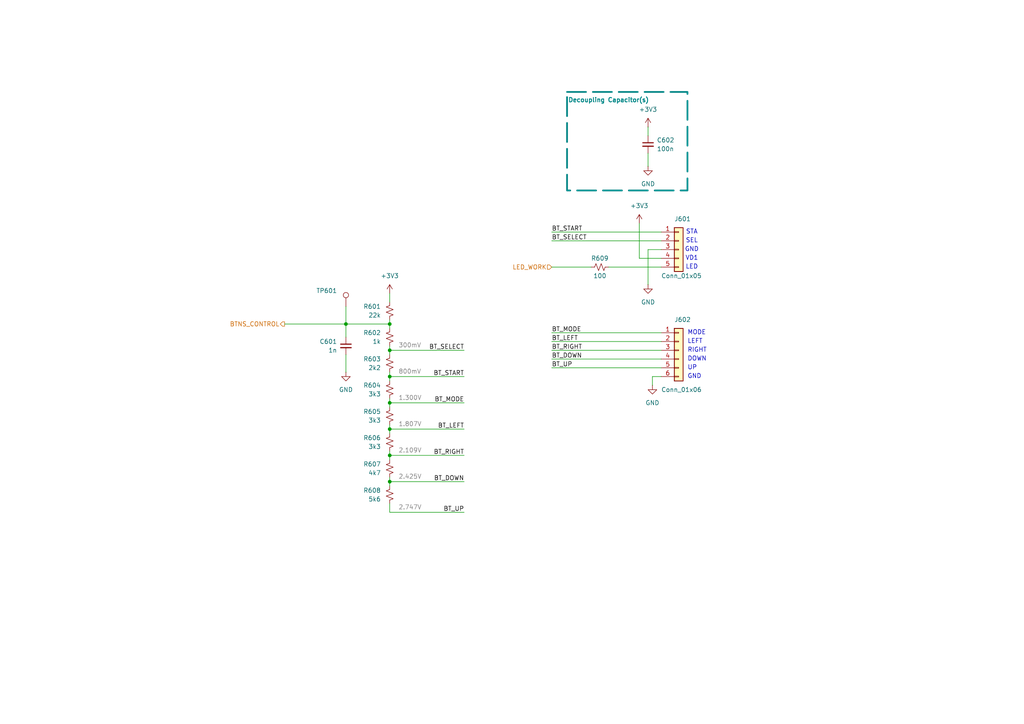
<source format=kicad_sch>
(kicad_sch (version 20231120) (generator "eeschema") (generator_version "8.0")
  (paper "A4")
  (title_block (title "Project Antares - Transmitter Schematic") (date "2024-08-23") (rev "1.0.2") (company "Ourobors Embedded Development") (comment 1 "Pablo Jean Rozario"))
  (lib_symbols
    (symbol "Connector:TestPoint" (pin_numbers hide) (pin_names (offset 0.762) hide)
      (property "Reference" "TP" (at 0 6.858 0))
      (property "Value" "TestPoint" (at 0 5.08 0))
      (symbol "TestPoint_0_1"
        (circle (center 0 3.302) (radius 0.762))
      )
      (symbol "TestPoint_1_1"
        (pin passive line (at 0 0 90) (length 2.54) (name "1") (number "1"))
      )
    )
    (symbol "Connector_Generic:Conn_01x05" (pin_names (offset 1.016) hide)
      (property "Reference" "J" (at 0 7.62 0))
      (property "Value" "Conn_01x05" (at 0 -7.62 0))
      (symbol "Conn_01x05_1_1"
        (rectangle (start -1.27 -4.953) (end 0 -5.207) (stroke (width 0.1524)))
        (rectangle (start -1.27 -2.413) (end 0 -2.667) (stroke (width 0.1524)))
        (rectangle (start -1.27 0.127) (end 0 -0.127) (stroke (width 0.1524)))
        (rectangle (start -1.27 2.667) (end 0 2.413) (stroke (width 0.1524)))
        (rectangle (start -1.27 5.207) (end 0 4.953) (stroke (width 0.1524)))
        (rectangle (start -1.27 6.35) (end 1.27 -6.35) (stroke (width 0.254)) (fill (type background)))
        (pin passive line (at -5.08 5.08 0) (length 3.81) (name "Pin_1") (number "1"))
        (pin passive line (at -5.08 2.54 0) (length 3.81) (name "Pin_2") (number "2"))
        (pin passive line (at -5.08 0 0) (length 3.81) (name "Pin_3") (number "3"))
        (pin passive line (at -5.08 -2.54 0) (length 3.81) (name "Pin_4") (number "4"))
        (pin passive line (at -5.08 -5.08 0) (length 3.81) (name "Pin_5") (number "5"))
      )
    )
    (symbol "Connector_Generic:Conn_01x06" (pin_names (offset 1.016) hide)
      (property "Reference" "J" (at 0 7.62 0))
      (property "Value" "Conn_01x06" (at 0 -10.16 0))
      (symbol "Conn_01x06_1_1"
        (rectangle (start -1.27 -7.493) (end 0 -7.747) (stroke (width 0.1524)))
        (rectangle (start -1.27 -4.953) (end 0 -5.207) (stroke (width 0.1524)))
        (rectangle (start -1.27 -2.413) (end 0 -2.667) (stroke (width 0.1524)))
        (rectangle (start -1.27 0.127) (end 0 -0.127) (stroke (width 0.1524)))
        (rectangle (start -1.27 2.667) (end 0 2.413) (stroke (width 0.1524)))
        (rectangle (start -1.27 5.207) (end 0 4.953) (stroke (width 0.1524)))
        (rectangle (start -1.27 6.35) (end 1.27 -8.89) (stroke (width 0.254)) (fill (type background)))
        (pin passive line (at -5.08 5.08 0) (length 3.81) (name "Pin_1") (number "1"))
        (pin passive line (at -5.08 2.54 0) (length 3.81) (name "Pin_2") (number "2"))
        (pin passive line (at -5.08 0 0) (length 3.81) (name "Pin_3") (number "3"))
        (pin passive line (at -5.08 -2.54 0) (length 3.81) (name "Pin_4") (number "4"))
        (pin passive line (at -5.08 -5.08 0) (length 3.81) (name "Pin_5") (number "5"))
        (pin passive line (at -5.08 -7.62 0) (length 3.81) (name "Pin_6") (number "6"))
      )
    )
    (symbol "Device:C_Small" (pin_numbers hide) (pin_names (offset 0.254) hide)
      (property "Reference" "C" (at 0.254 1.778 0))
      (property "Value" "C_Small" (at 0.254 -2.032 0))
      (symbol "C_Small_0_1"
        (polyline (pts (xy -1.524 -0.508) (xy 1.524 -0.508)) (stroke (width 0.3302)))
        (polyline (pts (xy -1.524 0.508) (xy 1.524 0.508)) (stroke (width 0.3048)))
      )
      (symbol "C_Small_1_1"
        (pin passive line (at 0 2.54 270) (length 2.032) (name "~") (number "1"))
        (pin passive line (at 0 -2.54 90) (length 2.032) (name "~") (number "2"))
      )
    )
    (symbol "Device:R_Small_US" (pin_numbers hide) (pin_names (offset 0.254) hide)
      (property "Reference" "R" (at 0.762 0.508 0))
      (property "Value" "R_Small_US" (at 0.762 -1.016 0))
      (symbol "R_Small_US_1_1"
        (polyline (pts (xy 0 0) (xy 1.016 -0.381) (xy 0 -0.762) (xy -1.016 -1.143) (xy 0 -1.524)))
        (polyline (pts (xy 0 1.524) (xy 1.016 1.143) (xy 0 0.762) (xy -1.016 0.381) (xy 0 0)))
        (pin passive line (at 0 2.54 270) (length 1.016) (name "~") (number "1"))
        (pin passive line (at 0 -2.54 90) (length 1.016) (name "~") (number "2"))
      )
    )
    (symbol "power:+3V3" (power) (pin_numbers hide) (pin_names (offset 0) hide)
      (property "Value" "+3V3" (at 0 3.556 0))
      (symbol "+3V3_0_1"
        (polyline (pts (xy -0.762 1.27) (xy 0 2.54)))
        (polyline (pts (xy 0 0) (xy 0 2.54)))
        (polyline (pts (xy 0 2.54) (xy 0.762 1.27)))
      )
      (symbol "+3V3_1_1"
        (pin power_in line (at 0 0 90) (length 0) (name "~") (number "1"))
      )
    )
    (symbol "power:GND" (power) (pin_numbers hide) (pin_names (offset 0) hide)
      (property "Value" "GND" (at 0 -3.81 0))
      (symbol "GND_0_1"
        (polyline (pts (xy 0 0) (xy 0 -1.27) (xy 1.27 -1.27) (xy 0 -2.54) (xy -1.27 -1.27) (xy 0 -1.27)))
      )
      (symbol "GND_1_1"
        (pin power_in line (at 0 0 270) (length 0) (name "~") (number "1"))
      )
    )
  )
  (junction (at 113.03 101.6))
  (junction (at 113.03 116.84))
  (junction (at 113.03 109.22))
  (junction (at 113.03 132.08))
  (junction (at 113.03 93.98))
  (junction (at 100.33 93.98))
  (junction (at 113.03 139.7))
  (junction (at 113.03 124.46))
  (wire (pts (xy 113.03 100.33) (xy 113.03 101.6)))
  (wire (pts (xy 189.23 109.22) (xy 189.23 111.76)))
  (wire (pts (xy 113.03 124.46) (xy 134.62 124.46)))
  (wire (pts (xy 100.33 102.87) (xy 100.33 107.95)))
  (wire (pts (xy 113.03 148.59) (xy 113.03 146.05)))
  (wire (pts (xy 100.33 88.9) (xy 100.33 93.98)))
  (wire (pts (xy 113.03 116.84) (xy 113.03 118.11)))
  (wire (pts (xy 160.02 96.52) (xy 191.77 96.52)))
  (wire (pts (xy 160.02 104.14) (xy 191.77 104.14)))
  (wire (pts (xy 113.03 132.08) (xy 134.62 132.08)))
  (wire (pts (xy 100.33 93.98) (xy 113.03 93.98)))
  (wire (pts (xy 185.42 74.93) (xy 185.42 64.77)))
  (wire (pts (xy 113.03 138.43) (xy 113.03 139.7)))
  (wire (pts (xy 160.02 67.31) (xy 191.77 67.31)))
  (wire (pts (xy 160.02 99.06) (xy 191.77 99.06)))
  (wire (pts (xy 82.55 93.98) (xy 100.33 93.98)))
  (wire (pts (xy 160.02 77.47) (xy 171.45 77.47)))
  (wire (pts (xy 160.02 69.85) (xy 191.77 69.85)))
  (wire (pts (xy 113.03 109.22) (xy 113.03 110.49)))
  (wire (pts (xy 187.96 36.83) (xy 187.96 39.37)))
  (wire (pts (xy 191.77 109.22) (xy 189.23 109.22)))
  (wire (pts (xy 113.03 101.6) (xy 113.03 102.87)))
  (wire (pts (xy 113.03 123.19) (xy 113.03 124.46)))
  (wire (pts (xy 191.77 74.93) (xy 185.42 74.93)))
  (wire (pts (xy 176.53 77.47) (xy 191.77 77.47)))
  (wire (pts (xy 113.03 124.46) (xy 113.03 125.73)))
  (wire (pts (xy 187.96 44.45) (xy 187.96 48.26)))
  (wire (pts (xy 113.03 109.22) (xy 134.62 109.22)))
  (wire (pts (xy 113.03 116.84) (xy 134.62 116.84)))
  (wire (pts (xy 113.03 139.7) (xy 113.03 140.97)))
  (wire (pts (xy 187.96 72.39) (xy 187.96 82.55)))
  (wire (pts (xy 113.03 130.81) (xy 113.03 132.08)))
  (wire (pts (xy 113.03 101.6) (xy 134.62 101.6)))
  (wire (pts (xy 134.62 148.59) (xy 113.03 148.59)))
  (wire (pts (xy 113.03 139.7) (xy 134.62 139.7)))
  (wire (pts (xy 191.77 72.39) (xy 187.96 72.39)))
  (wire (pts (xy 113.03 107.95) (xy 113.03 109.22)))
  (wire (pts (xy 113.03 132.08) (xy 113.03 133.35)))
  (wire (pts (xy 113.03 85.09) (xy 113.03 87.63)))
  (wire (pts (xy 113.03 115.57) (xy 113.03 116.84)))
  (wire (pts (xy 160.02 101.6) (xy 191.77 101.6)))
  (wire (pts (xy 113.03 93.98) (xy 113.03 95.25)))
  (wire (pts (xy 113.03 92.71) (xy 113.03 93.98)))
  (wire (pts (xy 100.33 97.79) (xy 100.33 93.98)))
  (wire (pts (xy 160.02 106.68) (xy 191.77 106.68)))
  (rectangle (start 164.465 26.67) (end 199.39 55.245) (stroke (width 0.5) (type dash) (color 0 132 132 1)))
  (text "SEL" (at 200.66 69.85 0) (effects (font (size 1.27 1.27))))
  (text "1.807V" (at 115.57 123.19 0) (effects (font (size 1.27 1.27)) (justify left)))
  (text "VD1" (at 200.66 74.93 0) (effects (font (size 1.27 1.27))))
  (text "RIGHT" (at 199.39 101.6 0) (effects (font (size 1.27 1.27)) (justify left)))
  (text "MODE" (at 199.39 96.52 0) (effects (font (size 1.27 1.27)) (justify left)))
  (text "800mV" (at 115.57 107.95 0) (effects (font (size 1.27 1.27)) (justify left)))
  (text "Decoupling Capacitor(s)" (at 176.53 29.21 0) (effects (font (size 1.27 1.27) (thickness 0.254) (bold yes))))
  (text "1.300V" (at 115.57 115.57 0) (effects (font (size 1.27 1.27)) (justify left)))
  (text "GND" (at 200.66 72.39 0) (effects (font (size 1.27 1.27))))
  (text "LEFT" (at 199.39 99.06 0) (effects (font (size 1.27 1.27)) (justify left)))
  (text "GND" (at 199.39 109.22 0) (effects (font (size 1.27 1.27)) (justify left)))
  (text "2.425V" (at 115.57 138.43 0) (effects (font (size 1.27 1.27)) (justify left)))
  (text "STA" (at 200.66 67.31 0) (effects (font (size 1.27 1.27))))
  (text "UP" (at 199.39 106.68 0) (effects (font (size 1.27 1.27)) (justify left)))
  (text "DOWN" (at 199.39 104.14 0) (effects (font (size 1.27 1.27)) (justify left)))
  (text "300mV" (at 115.57 100.33 0) (effects (font (size 1.27 1.27)) (justify left)))
  (text "LED" (at 200.66 77.47 0) (effects (font (size 1.27 1.27))))
  (text "2.109V" (at 115.57 130.81 0) (effects (font (size 1.27 1.27)) (justify left)))
  (text "2.747V" (at 115.57 147.32 0) (effects (font (size 1.27 1.27)) (justify left)))
  (label "BT_DOWN" (at 134.62 139.7 180))
  (label "BT_START" (at 160.02 67.31 0))
  (label "BT_DOWN" (at 160.02 104.14 0))
  (label "BT_RIGHT" (at 160.02 101.6 0))
  (label "BT_SELECT" (at 134.62 101.6 180))
  (label "BT_MODE" (at 160.02 96.52 0))
  (label "BT_UP" (at 160.02 106.68 0))
  (label "BT_SELECT" (at 160.02 69.85 0))
  (label "BT_MODE" (at 134.62 116.84 180))
  (label "BT_LEFT" (at 134.62 124.46 180))
  (label "BT_START" (at 134.62 109.22 180))
  (label "BT_RIGHT" (at 134.62 132.08 180))
  (label "BT_LEFT" (at 160.02 99.06 0))
  (label "BT_UP" (at 134.62 148.59 180))
  (hierarchical_label "LED_WORK" (shape input) (at 160.02 77.47 180))
  (hierarchical_label "BTNS_CONTROL" (shape output) (at 82.55 93.98 180))
  (symbol (lib_id "Device:R_Small_US") (at 113.03 143.51 0) (mirror y) (unit 1)
    (property "Reference" "R608" (at 110.49 142.2399 0) (effects (justify left)))
    (property "Value" "5k6" (at 110.49 144.7799 0) (effects (justify left)))
    (property "Footprint" "Resistor_SMD:R_0603_1608Metric" (effects (hide yes)))
    (property "Description" "Resistor, small US symbol" (effects (hide yes)))
    (property "LCSC" "C23189" (effects (hide yes)))
    (property "PN" "0603WAF5601T5E" (effects (hide yes)))
  )
  (symbol (lib_id "Device:R_Small_US") (at 113.03 128.27 0) (mirror y) (unit 1)
    (property "Reference" "R606" (at 110.49 126.9999 0) (effects (justify left)))
    (property "Value" "3k3" (at 110.49 129.5399 0) (effects (justify left)))
    (property "Footprint" "Resistor_SMD:R_0603_1608Metric" (effects (hide yes)))
    (property "Description" "Resistor, small US symbol" (effects (hide yes)))
    (property "LCSC" "C22978" (effects (hide yes)))
    (property "PN" "0603WAF3301T5E" (effects (hide yes)))
  )
  (symbol (lib_id "Device:R_Small_US") (at 113.03 97.79 0) (mirror y) (unit 1)
    (property "Reference" "R602" (at 110.49 96.5199 0) (effects (justify left)))
    (property "Value" "1k" (at 110.49 99.0599 0) (effects (justify left)))
    (property "Footprint" "Resistor_SMD:R_0603_1608Metric" (effects (hide yes)))
    (property "Description" "Resistor, small US symbol" (effects (hide yes)))
    (property "LCSC" "C21190" (effects (hide yes)))
    (property "PN" "0603WAF1001T5E" (effects (hide yes)))
  )
  (symbol (lib_id "power:+3V3") (at 113.03 85.09 0) (mirror y) (unit 1)
    (property "Reference" "#PWR0606" (effects (hide yes)))
    (property "Value" "+3V3" (at 113.03 80.01 0))
    (property "Description" "Power symbol creates a global label with name \"+3V3\"" (effects (hide yes)))
  )
  (symbol (lib_id "Device:R_Small_US") (at 113.03 105.41 0) (mirror y) (unit 1)
    (property "Reference" "R603" (at 110.49 104.1399 0) (effects (justify left)))
    (property "Value" "2k2" (at 110.49 106.6799 0) (effects (justify left)))
    (property "Footprint" "Resistor_SMD:R_0603_1608Metric" (effects (hide yes)))
    (property "Description" "Resistor, small US symbol" (effects (hide yes)))
    (property "LCSC" "C4190" (effects (hide yes)))
    (property "PN" "0603WAF2201T5E" (effects (hide yes)))
  )
  (symbol (lib_id "Device:R_Small_US") (at 113.03 135.89 0) (mirror y) (unit 1)
    (property "Reference" "R607" (at 110.49 134.6199 0) (effects (justify left)))
    (property "Value" "4k7" (at 110.49 137.1599 0) (effects (justify left)))
    (property "Footprint" "Resistor_SMD:R_0603_1608Metric" (effects (hide yes)))
    (property "Description" "Resistor, small US symbol" (effects (hide yes)))
    (property "LCSC" "C23162" (effects (hide yes)))
    (property "PN" "0603WAF4701T5E" (effects (hide yes)))
  )
  (symbol (lib_id "Device:R_Small_US") (at 113.03 120.65 0) (mirror y) (unit 1)
    (property "Reference" "R605" (at 110.49 119.3799 0) (effects (justify left)))
    (property "Value" "3k3" (at 110.49 121.9199 0) (effects (justify left)))
    (property "Footprint" "Resistor_SMD:R_0603_1608Metric" (effects (hide yes)))
    (property "Description" "Resistor, small US symbol" (effects (hide yes)))
    (property "LCSC" "C22978" (effects (hide yes)))
    (property "PN" "0603WAF3301T5E" (effects (hide yes)))
  )
  (symbol (lib_id "Device:C_Small") (at 100.33 100.33 0) (mirror y) (unit 1)
    (property "Reference" "C601" (at 97.79 99.0662 0) (effects (justify left)))
    (property "Value" "1n" (at 97.79 101.6062 0) (effects (justify left)))
    (property "Footprint" "Capacitor_SMD:C_0603_1608Metric" (effects (hide yes)))
    (property "Description" "Unpolarized capacitor, small symbol" (effects (hide yes)))
    (property "LCSC" "C1588" (effects (hide yes)))
    (property "PN" "CL10B102KB8NNNC" (effects (hide yes)))
  )
  (symbol (lib_id "power:GND") (at 187.96 82.55 0) (unit 1)
    (property "Reference" "#PWR0602" (effects (hide yes)))
    (property "Value" "GND" (at 187.96 87.63 0))
    (property "Description" "Power symbol creates a global label with name \"GND\" , ground" (effects (hide yes)))
  )
  (symbol (lib_id "Device:R_Small_US") (at 173.99 77.47 90) (unit 1)
    (property "Reference" "R609" (at 173.99 74.93 90))
    (property "Value" "100" (at 173.99 80.01 90))
    (property "Footprint" "Resistor_SMD:R_0603_1608Metric" (effects (hide yes)))
    (property "Description" "Resistor, small US symbol" (effects (hide yes)))
    (property "LCSC" "C22775" (effects (hide yes)))
    (property "PN" "0603WAF1000T5E" (effects (hide yes)))
  )
  (symbol (lib_id "power:+3V3") (at 187.96 36.83 0) (unit 1)
    (property "Reference" "#PWR0603" (effects (hide yes)))
    (property "Value" "+3V3" (at 187.96 31.75 0))
    (property "Description" "Power symbol creates a global label with name \"+3V3\"" (effects (hide yes)))
  )
  (symbol (lib_id "Device:C_Small") (at 187.96 41.91 0) (unit 1)
    (property "Reference" "C602" (at 190.5 40.6462 0) (effects (justify left)))
    (property "Value" "100n" (at 190.5 43.1862 0) (effects (justify left)))
    (property "Footprint" "Capacitor_SMD:C_0603_1608Metric" (effects (hide yes)))
    (property "Description" "Unpolarized capacitor, small symbol" (effects (hide yes)))
    (property "LCSC" "C14663" (effects (hide yes)))
    (property "PN" "CC0603KRX7R9BB104" (effects (hide yes)))
  )
  (symbol (lib_id "power:GND") (at 100.33 107.95 0) (mirror y) (unit 1)
    (property "Reference" "#PWR0607" (effects (hide yes)))
    (property "Value" "GND" (at 100.33 113.03 0))
    (property "Description" "Power symbol creates a global label with name \"GND\" , ground" (effects (hide yes)))
  )
  (symbol (lib_id "Device:R_Small_US") (at 113.03 113.03 0) (mirror y) (unit 1)
    (property "Reference" "R604" (at 110.49 111.7599 0) (effects (justify left)))
    (property "Value" "3k3" (at 110.49 114.2999 0) (effects (justify left)))
    (property "Footprint" "Resistor_SMD:R_0603_1608Metric" (effects (hide yes)))
    (property "Description" "Resistor, small US symbol" (effects (hide yes)))
    (property "LCSC" "C22978" (effects (hide yes)))
    (property "PN" "0603WAF3301T5E" (effects (hide yes)))
  )
  (symbol (lib_id "Connector_Generic:Conn_01x05") (at 196.85 72.39 0) (unit 1)
    (property "Reference" "J601" (at 195.58 63.5 0) (effects (justify left)))
    (property "Value" "Conn_01x05" (at 191.77 80.01 0) (effects (justify left)))
    (property "Footprint" "Connector_JST:JST_XA_S05B-XASK-1_1x05_P2.50mm_Horizontal" (effects (hide yes)))
    (property "Description" "Generic connector, single row, 01x05, script generated (kicad-library-utils/schlib/autogen/connector/)" (effects (hide yes)))
    (property "LCSC" "C2845508" (effects (hide yes)))
    (property "PN" "HC-XHB-5AW" (effects (hide yes)))
  )
  (symbol (lib_id "power:+3V3") (at 185.42 64.77 0) (unit 1)
    (property "Reference" "#PWR0601" (effects (hide yes)))
    (property "Value" "+3V3" (at 185.42 59.69 0))
    (property "Description" "Power symbol creates a global label with name \"+3V3\"" (effects (hide yes)))
  )
  (symbol (lib_id "power:GND") (at 187.96 48.26 0) (unit 1)
    (property "Reference" "#PWR0604" (effects (hide yes)))
    (property "Value" "GND" (at 187.96 53.34 0))
    (property "Description" "Power symbol creates a global label with name \"GND\" , ground" (effects (hide yes)))
  )
  (symbol (lib_id "Connector_Generic:Conn_01x06") (at 196.85 101.6 0) (unit 1)
    (property "Reference" "J602" (at 195.58 92.71 0) (effects (justify left)))
    (property "Value" "Conn_01x06" (at 191.77 113.03 0) (effects (justify left)))
    (property "Footprint" "JST_PH_S6B-PH-K_1x06_P2.00mm_Horizontal" (effects (hide yes)))
    (property "Description" "Generic connector, single row, 01x06, script generated (kicad-library-utils/schlib/autogen/connector/)" (effects (hide yes)))
    (property "LCSC" "C2908638" (effects (hide yes)))
    (property "PN" "PH-6AW" (effects (hide yes)))
  )
  (symbol (lib_id "Connector:TestPoint") (at 100.33 88.9 0) (mirror y) (unit 1)
    (property "Reference" "TP601" (at 97.79 84.3279 0) (effects (justify left)))
    (property "Value" "TestPoint" (effects (hide yes)))
    (property "Footprint" "TestPoint:TestPoint_Pad_D1.5mm" (effects (hide yes)))
    (property "Description" "test point" (effects (hide yes)))
  )
  (symbol (lib_id "power:GND") (at 189.23 111.76 0) (unit 1)
    (property "Reference" "#PWR0605" (effects (hide yes)))
    (property "Value" "GND" (at 189.23 116.84 0))
    (property "Description" "Power symbol creates a global label with name \"GND\" , ground" (effects (hide yes)))
  )
  (symbol (lib_id "Device:R_Small_US") (at 113.03 90.17 0) (mirror y) (unit 1)
    (property "Reference" "R601" (at 110.49 88.8999 0) (effects (justify left)))
    (property "Value" "22k" (at 110.49 91.4399 0) (effects (justify left)))
    (property "Footprint" "Resistor_SMD:R_0603_1608Metric" (effects (hide yes)))
    (property "Description" "Resistor, small US symbol" (effects (hide yes)))
    (property "LCSC" "C31850" (effects (hide yes)))
    (property "PN" "0603WAF2202T5E" (effects (hide yes)))
  )
)
</source>
